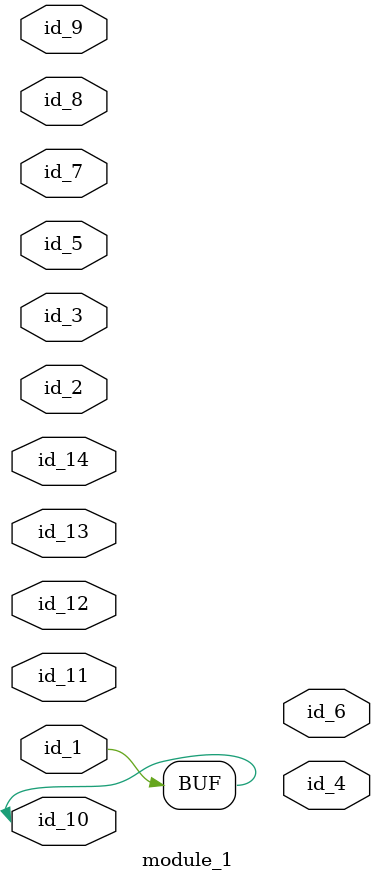
<source format=v>
module module_0;
endmodule
module module_1 (
    id_1,
    id_2,
    id_3,
    id_4,
    id_5,
    id_6,
    id_7,
    id_8,
    id_9,
    id_10,
    id_11,
    id_12,
    id_13,
    id_14
);
  input wire id_14;
  inout wire id_13;
  input wire id_12;
  inout wire id_11;
  inout wire id_10;
  input wire id_9;
  input wire id_8;
  inout wire id_7;
  output wire id_6;
  inout wire id_5;
  output wire id_4;
  input wire id_3;
  inout wire id_2;
  inout wire id_1;
  wire id_15;
  assign id_10 = id_1;
  module_0 modCall_1 ();
endmodule

</source>
